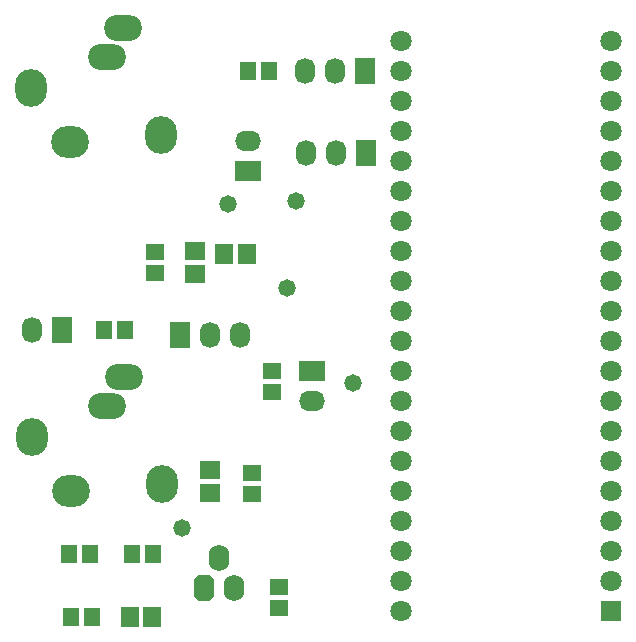
<source format=gbr>
%TF.GenerationSoftware,Altium Limited,Altium Designer,25.8.1 (18)*%
G04 Layer_Color=8388736*
%FSLAX45Y45*%
%MOMM*%
%TF.SameCoordinates,EFCC0B50-9DCE-48EA-B2C5-4199F32896F4*%
%TF.FilePolarity,Negative*%
%TF.FileFunction,Soldermask,Top*%
%TF.Part,Single*%
G01*
G75*
%TA.AperFunction,SMDPad,CuDef*%
%ADD29R,1.60320X1.40320*%
%ADD30R,1.40320X1.60320*%
%ADD31R,1.70320X1.50320*%
%ADD32R,1.50320X1.70320*%
%TA.AperFunction,ComponentPad*%
%ADD33R,2.20320X1.70320*%
%ADD34O,2.20320X1.70320*%
%ADD35C,1.80320*%
%ADD36R,1.80320X1.80320*%
%ADD37O,2.70320X3.20320*%
%ADD38O,1.70320X2.20320*%
%ADD39O,3.20320X2.70320*%
%ADD40O,3.20320X2.20320*%
%ADD41O,1.72720X2.23520*%
G04:AMPARAMS|DCode=42|XSize=1.7272mm|YSize=2.2352mm|CornerRadius=0mm|HoleSize=0mm|Usage=FLASHONLY|Rotation=0.000|XOffset=0mm|YOffset=0mm|HoleType=Round|Shape=Octagon|*
%AMOCTAGOND42*
4,1,8,-0.43180,1.11760,0.43180,1.11760,0.86360,0.68580,0.86360,-0.68580,0.43180,-1.11760,-0.43180,-1.11760,-0.86360,-0.68580,-0.86360,0.68580,-0.43180,1.11760,0.0*
%
%ADD42OCTAGOND42*%

%ADD43R,1.70320X2.20320*%
%TA.AperFunction,ViaPad*%
%ADD44C,1.47320*%
D29*
X4660900Y8776800D02*
D03*
X4889500Y7811600D02*
D03*
X3835400Y10642600D02*
D03*
Y10462600D02*
D03*
X4889500Y7631600D02*
D03*
X4660900Y8596800D02*
D03*
X4826000Y9460400D02*
D03*
Y9640400D02*
D03*
D30*
X4801700Y12179300D02*
D03*
X3289300Y8089900D02*
D03*
X3643800D02*
D03*
X4621700Y12179300D02*
D03*
X3123100Y7556500D02*
D03*
X3303100D02*
D03*
X3109300Y8089900D02*
D03*
X3823800D02*
D03*
X3583600Y9982200D02*
D03*
X3403600D02*
D03*
D31*
X4178300Y10648701D02*
D03*
Y10458699D02*
D03*
X4305300Y8604499D02*
D03*
Y8794501D02*
D03*
D32*
X4426199Y10629900D02*
D03*
X4616201D02*
D03*
X3816101Y7556500D02*
D03*
X3626099D02*
D03*
D33*
X5168900Y9639300D02*
D03*
X4622800Y11328400D02*
D03*
D34*
X5168900Y9385300D02*
D03*
X4622800Y11582400D02*
D03*
D35*
X5918200Y12433300D02*
D03*
Y12179300D02*
D03*
Y11671300D02*
D03*
Y11417300D02*
D03*
Y11163300D02*
D03*
Y10909300D02*
D03*
Y10401300D02*
D03*
Y10147300D02*
D03*
Y9893300D02*
D03*
Y9639300D02*
D03*
Y9131300D02*
D03*
Y8877300D02*
D03*
Y8623300D02*
D03*
Y8369300D02*
D03*
Y7861300D02*
D03*
X7696200Y12433300D02*
D03*
Y12179300D02*
D03*
Y11671300D02*
D03*
Y11417300D02*
D03*
Y11163300D02*
D03*
Y10909300D02*
D03*
Y10401300D02*
D03*
Y10147300D02*
D03*
Y9893300D02*
D03*
Y9639300D02*
D03*
Y9131300D02*
D03*
Y8877300D02*
D03*
Y8623300D02*
D03*
Y8369300D02*
D03*
Y7861300D02*
D03*
X5918200Y7607300D02*
D03*
X7696200Y11925300D02*
D03*
Y8115300D02*
D03*
Y10655300D02*
D03*
Y9385300D02*
D03*
X5918200Y11925300D02*
D03*
Y10655300D02*
D03*
Y9385300D02*
D03*
Y8115300D02*
D03*
D36*
X7696200Y7607300D02*
D03*
D37*
X2794200Y9078300D02*
D03*
X2789000Y12033600D02*
D03*
X3889000Y11633600D02*
D03*
X3894200Y8678300D02*
D03*
D38*
X2794000Y9982200D02*
D03*
X5118100Y11480800D02*
D03*
X5105400Y12179300D02*
D03*
X5372100Y11480800D02*
D03*
X5359400Y12179300D02*
D03*
X4559300Y9944100D02*
D03*
X4305300D02*
D03*
D39*
X3119000Y11578600D02*
D03*
X3124200Y8623300D02*
D03*
D40*
X3429000Y12293600D02*
D03*
X3569000Y12538600D02*
D03*
X3434200Y9338300D02*
D03*
X3574200Y9583300D02*
D03*
D41*
X4508500Y7797800D02*
D03*
X4381500Y8051800D02*
D03*
D42*
X4254500Y7797800D02*
D03*
D43*
X5613400Y12179300D02*
D03*
X3048000Y9982200D02*
D03*
X5626100Y11480800D02*
D03*
X4051300Y9944100D02*
D03*
D44*
X4953000Y10337800D02*
D03*
X5029200Y11074400D02*
D03*
X4064000Y8305800D02*
D03*
X4457700Y11049000D02*
D03*
X5518300Y9537700D02*
D03*
%TF.MD5,364f240454e8dee797157fdd801898f9*%
M02*

</source>
